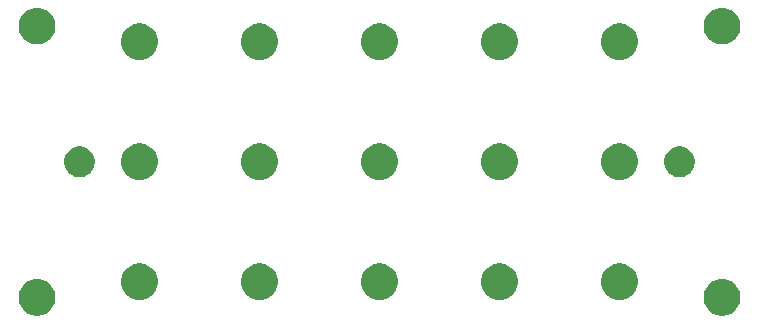
<source format=gbr>
G04 #@! TF.GenerationSoftware,KiCad,Pcbnew,5.1.5-52549c5~86~ubuntu18.04.1*
G04 #@! TF.CreationDate,2020-08-28T13:38:28-05:00*
G04 #@! TF.ProjectId,A03,4130332e-6b69-4636-9164-5f7063625858,rev?*
G04 #@! TF.SameCoordinates,Original*
G04 #@! TF.FileFunction,Soldermask,Bot*
G04 #@! TF.FilePolarity,Negative*
%FSLAX46Y46*%
G04 Gerber Fmt 4.6, Leading zero omitted, Abs format (unit mm)*
G04 Created by KiCad (PCBNEW 5.1.5-52549c5~86~ubuntu18.04.1) date 2020-08-28 13:38:28*
%MOMM*%
%LPD*%
G04 APERTURE LIST*
%ADD10C,0.100000*%
G04 APERTURE END LIST*
D10*
G36*
X83592585Y-43928802D02*
G01*
X83742410Y-43958604D01*
X84024674Y-44075521D01*
X84278705Y-44245259D01*
X84494741Y-44461295D01*
X84664479Y-44715326D01*
X84781396Y-44997590D01*
X84841000Y-45297240D01*
X84841000Y-45602760D01*
X84781396Y-45902410D01*
X84664479Y-46184674D01*
X84494741Y-46438705D01*
X84278705Y-46654741D01*
X84024674Y-46824479D01*
X83742410Y-46941396D01*
X83592585Y-46971198D01*
X83442761Y-47001000D01*
X83137239Y-47001000D01*
X82987415Y-46971198D01*
X82837590Y-46941396D01*
X82555326Y-46824479D01*
X82301295Y-46654741D01*
X82085259Y-46438705D01*
X81915521Y-46184674D01*
X81798604Y-45902410D01*
X81739000Y-45602760D01*
X81739000Y-45297240D01*
X81798604Y-44997590D01*
X81915521Y-44715326D01*
X82085259Y-44461295D01*
X82301295Y-44245259D01*
X82555326Y-44075521D01*
X82837590Y-43958604D01*
X82987415Y-43928802D01*
X83137239Y-43899000D01*
X83442761Y-43899000D01*
X83592585Y-43928802D01*
G37*
G36*
X25592585Y-43928802D02*
G01*
X25742410Y-43958604D01*
X26024674Y-44075521D01*
X26278705Y-44245259D01*
X26494741Y-44461295D01*
X26664479Y-44715326D01*
X26781396Y-44997590D01*
X26841000Y-45297240D01*
X26841000Y-45602760D01*
X26781396Y-45902410D01*
X26664479Y-46184674D01*
X26494741Y-46438705D01*
X26278705Y-46654741D01*
X26024674Y-46824479D01*
X25742410Y-46941396D01*
X25592585Y-46971198D01*
X25442761Y-47001000D01*
X25137239Y-47001000D01*
X24987415Y-46971198D01*
X24837590Y-46941396D01*
X24555326Y-46824479D01*
X24301295Y-46654741D01*
X24085259Y-46438705D01*
X23915521Y-46184674D01*
X23798604Y-45902410D01*
X23739000Y-45602760D01*
X23739000Y-45297240D01*
X23798604Y-44997590D01*
X23915521Y-44715326D01*
X24085259Y-44461295D01*
X24301295Y-44245259D01*
X24555326Y-44075521D01*
X24837590Y-43958604D01*
X24987415Y-43928802D01*
X25137239Y-43899000D01*
X25442761Y-43899000D01*
X25592585Y-43928802D01*
G37*
G36*
X44432585Y-42608802D02*
G01*
X44582410Y-42638604D01*
X44864674Y-42755521D01*
X45118705Y-42925259D01*
X45334741Y-43141295D01*
X45504479Y-43395326D01*
X45621396Y-43677590D01*
X45681000Y-43977240D01*
X45681000Y-44282760D01*
X45621396Y-44582410D01*
X45504479Y-44864674D01*
X45334741Y-45118705D01*
X45118705Y-45334741D01*
X44864674Y-45504479D01*
X44582410Y-45621396D01*
X44432585Y-45651198D01*
X44282761Y-45681000D01*
X43977239Y-45681000D01*
X43827415Y-45651198D01*
X43677590Y-45621396D01*
X43395326Y-45504479D01*
X43141295Y-45334741D01*
X42925259Y-45118705D01*
X42755521Y-44864674D01*
X42638604Y-44582410D01*
X42579000Y-44282760D01*
X42579000Y-43977240D01*
X42638604Y-43677590D01*
X42755521Y-43395326D01*
X42925259Y-43141295D01*
X43141295Y-42925259D01*
X43395326Y-42755521D01*
X43677590Y-42638604D01*
X43827415Y-42608802D01*
X43977239Y-42579000D01*
X44282761Y-42579000D01*
X44432585Y-42608802D01*
G37*
G36*
X34272585Y-42608802D02*
G01*
X34422410Y-42638604D01*
X34704674Y-42755521D01*
X34958705Y-42925259D01*
X35174741Y-43141295D01*
X35344479Y-43395326D01*
X35461396Y-43677590D01*
X35521000Y-43977240D01*
X35521000Y-44282760D01*
X35461396Y-44582410D01*
X35344479Y-44864674D01*
X35174741Y-45118705D01*
X34958705Y-45334741D01*
X34704674Y-45504479D01*
X34422410Y-45621396D01*
X34272585Y-45651198D01*
X34122761Y-45681000D01*
X33817239Y-45681000D01*
X33667415Y-45651198D01*
X33517590Y-45621396D01*
X33235326Y-45504479D01*
X32981295Y-45334741D01*
X32765259Y-45118705D01*
X32595521Y-44864674D01*
X32478604Y-44582410D01*
X32419000Y-44282760D01*
X32419000Y-43977240D01*
X32478604Y-43677590D01*
X32595521Y-43395326D01*
X32765259Y-43141295D01*
X32981295Y-42925259D01*
X33235326Y-42755521D01*
X33517590Y-42638604D01*
X33667415Y-42608802D01*
X33817239Y-42579000D01*
X34122761Y-42579000D01*
X34272585Y-42608802D01*
G37*
G36*
X74912585Y-42608802D02*
G01*
X75062410Y-42638604D01*
X75344674Y-42755521D01*
X75598705Y-42925259D01*
X75814741Y-43141295D01*
X75984479Y-43395326D01*
X76101396Y-43677590D01*
X76161000Y-43977240D01*
X76161000Y-44282760D01*
X76101396Y-44582410D01*
X75984479Y-44864674D01*
X75814741Y-45118705D01*
X75598705Y-45334741D01*
X75344674Y-45504479D01*
X75062410Y-45621396D01*
X74912585Y-45651198D01*
X74762761Y-45681000D01*
X74457239Y-45681000D01*
X74307415Y-45651198D01*
X74157590Y-45621396D01*
X73875326Y-45504479D01*
X73621295Y-45334741D01*
X73405259Y-45118705D01*
X73235521Y-44864674D01*
X73118604Y-44582410D01*
X73059000Y-44282760D01*
X73059000Y-43977240D01*
X73118604Y-43677590D01*
X73235521Y-43395326D01*
X73405259Y-43141295D01*
X73621295Y-42925259D01*
X73875326Y-42755521D01*
X74157590Y-42638604D01*
X74307415Y-42608802D01*
X74457239Y-42579000D01*
X74762761Y-42579000D01*
X74912585Y-42608802D01*
G37*
G36*
X64752585Y-42608802D02*
G01*
X64902410Y-42638604D01*
X65184674Y-42755521D01*
X65438705Y-42925259D01*
X65654741Y-43141295D01*
X65824479Y-43395326D01*
X65941396Y-43677590D01*
X66001000Y-43977240D01*
X66001000Y-44282760D01*
X65941396Y-44582410D01*
X65824479Y-44864674D01*
X65654741Y-45118705D01*
X65438705Y-45334741D01*
X65184674Y-45504479D01*
X64902410Y-45621396D01*
X64752585Y-45651198D01*
X64602761Y-45681000D01*
X64297239Y-45681000D01*
X64147415Y-45651198D01*
X63997590Y-45621396D01*
X63715326Y-45504479D01*
X63461295Y-45334741D01*
X63245259Y-45118705D01*
X63075521Y-44864674D01*
X62958604Y-44582410D01*
X62899000Y-44282760D01*
X62899000Y-43977240D01*
X62958604Y-43677590D01*
X63075521Y-43395326D01*
X63245259Y-43141295D01*
X63461295Y-42925259D01*
X63715326Y-42755521D01*
X63997590Y-42638604D01*
X64147415Y-42608802D01*
X64297239Y-42579000D01*
X64602761Y-42579000D01*
X64752585Y-42608802D01*
G37*
G36*
X54592585Y-42608802D02*
G01*
X54742410Y-42638604D01*
X55024674Y-42755521D01*
X55278705Y-42925259D01*
X55494741Y-43141295D01*
X55664479Y-43395326D01*
X55781396Y-43677590D01*
X55841000Y-43977240D01*
X55841000Y-44282760D01*
X55781396Y-44582410D01*
X55664479Y-44864674D01*
X55494741Y-45118705D01*
X55278705Y-45334741D01*
X55024674Y-45504479D01*
X54742410Y-45621396D01*
X54592585Y-45651198D01*
X54442761Y-45681000D01*
X54137239Y-45681000D01*
X53987415Y-45651198D01*
X53837590Y-45621396D01*
X53555326Y-45504479D01*
X53301295Y-45334741D01*
X53085259Y-45118705D01*
X52915521Y-44864674D01*
X52798604Y-44582410D01*
X52739000Y-44282760D01*
X52739000Y-43977240D01*
X52798604Y-43677590D01*
X52915521Y-43395326D01*
X53085259Y-43141295D01*
X53301295Y-42925259D01*
X53555326Y-42755521D01*
X53837590Y-42638604D01*
X53987415Y-42608802D01*
X54137239Y-42579000D01*
X54442761Y-42579000D01*
X54592585Y-42608802D01*
G37*
G36*
X44432585Y-32448802D02*
G01*
X44582410Y-32478604D01*
X44864674Y-32595521D01*
X45118705Y-32765259D01*
X45334741Y-32981295D01*
X45504479Y-33235326D01*
X45621396Y-33517590D01*
X45681000Y-33817240D01*
X45681000Y-34122760D01*
X45621396Y-34422410D01*
X45504479Y-34704674D01*
X45334741Y-34958705D01*
X45118705Y-35174741D01*
X44864674Y-35344479D01*
X44582410Y-35461396D01*
X44432585Y-35491198D01*
X44282761Y-35521000D01*
X43977239Y-35521000D01*
X43827415Y-35491198D01*
X43677590Y-35461396D01*
X43395326Y-35344479D01*
X43141295Y-35174741D01*
X42925259Y-34958705D01*
X42755521Y-34704674D01*
X42638604Y-34422410D01*
X42579000Y-34122760D01*
X42579000Y-33817240D01*
X42638604Y-33517590D01*
X42755521Y-33235326D01*
X42925259Y-32981295D01*
X43141295Y-32765259D01*
X43395326Y-32595521D01*
X43677590Y-32478604D01*
X43827415Y-32448802D01*
X43977239Y-32419000D01*
X44282761Y-32419000D01*
X44432585Y-32448802D01*
G37*
G36*
X34272585Y-32448802D02*
G01*
X34422410Y-32478604D01*
X34704674Y-32595521D01*
X34958705Y-32765259D01*
X35174741Y-32981295D01*
X35344479Y-33235326D01*
X35461396Y-33517590D01*
X35521000Y-33817240D01*
X35521000Y-34122760D01*
X35461396Y-34422410D01*
X35344479Y-34704674D01*
X35174741Y-34958705D01*
X34958705Y-35174741D01*
X34704674Y-35344479D01*
X34422410Y-35461396D01*
X34272585Y-35491198D01*
X34122761Y-35521000D01*
X33817239Y-35521000D01*
X33667415Y-35491198D01*
X33517590Y-35461396D01*
X33235326Y-35344479D01*
X32981295Y-35174741D01*
X32765259Y-34958705D01*
X32595521Y-34704674D01*
X32478604Y-34422410D01*
X32419000Y-34122760D01*
X32419000Y-33817240D01*
X32478604Y-33517590D01*
X32595521Y-33235326D01*
X32765259Y-32981295D01*
X32981295Y-32765259D01*
X33235326Y-32595521D01*
X33517590Y-32478604D01*
X33667415Y-32448802D01*
X33817239Y-32419000D01*
X34122761Y-32419000D01*
X34272585Y-32448802D01*
G37*
G36*
X64752585Y-32448802D02*
G01*
X64902410Y-32478604D01*
X65184674Y-32595521D01*
X65438705Y-32765259D01*
X65654741Y-32981295D01*
X65824479Y-33235326D01*
X65941396Y-33517590D01*
X66001000Y-33817240D01*
X66001000Y-34122760D01*
X65941396Y-34422410D01*
X65824479Y-34704674D01*
X65654741Y-34958705D01*
X65438705Y-35174741D01*
X65184674Y-35344479D01*
X64902410Y-35461396D01*
X64752585Y-35491198D01*
X64602761Y-35521000D01*
X64297239Y-35521000D01*
X64147415Y-35491198D01*
X63997590Y-35461396D01*
X63715326Y-35344479D01*
X63461295Y-35174741D01*
X63245259Y-34958705D01*
X63075521Y-34704674D01*
X62958604Y-34422410D01*
X62899000Y-34122760D01*
X62899000Y-33817240D01*
X62958604Y-33517590D01*
X63075521Y-33235326D01*
X63245259Y-32981295D01*
X63461295Y-32765259D01*
X63715326Y-32595521D01*
X63997590Y-32478604D01*
X64147415Y-32448802D01*
X64297239Y-32419000D01*
X64602761Y-32419000D01*
X64752585Y-32448802D01*
G37*
G36*
X74912585Y-32448802D02*
G01*
X75062410Y-32478604D01*
X75344674Y-32595521D01*
X75598705Y-32765259D01*
X75814741Y-32981295D01*
X75984479Y-33235326D01*
X76101396Y-33517590D01*
X76161000Y-33817240D01*
X76161000Y-34122760D01*
X76101396Y-34422410D01*
X75984479Y-34704674D01*
X75814741Y-34958705D01*
X75598705Y-35174741D01*
X75344674Y-35344479D01*
X75062410Y-35461396D01*
X74912585Y-35491198D01*
X74762761Y-35521000D01*
X74457239Y-35521000D01*
X74307415Y-35491198D01*
X74157590Y-35461396D01*
X73875326Y-35344479D01*
X73621295Y-35174741D01*
X73405259Y-34958705D01*
X73235521Y-34704674D01*
X73118604Y-34422410D01*
X73059000Y-34122760D01*
X73059000Y-33817240D01*
X73118604Y-33517590D01*
X73235521Y-33235326D01*
X73405259Y-32981295D01*
X73621295Y-32765259D01*
X73875326Y-32595521D01*
X74157590Y-32478604D01*
X74307415Y-32448802D01*
X74457239Y-32419000D01*
X74762761Y-32419000D01*
X74912585Y-32448802D01*
G37*
G36*
X54592585Y-32448802D02*
G01*
X54742410Y-32478604D01*
X55024674Y-32595521D01*
X55278705Y-32765259D01*
X55494741Y-32981295D01*
X55664479Y-33235326D01*
X55781396Y-33517590D01*
X55841000Y-33817240D01*
X55841000Y-34122760D01*
X55781396Y-34422410D01*
X55664479Y-34704674D01*
X55494741Y-34958705D01*
X55278705Y-35174741D01*
X55024674Y-35344479D01*
X54742410Y-35461396D01*
X54592585Y-35491198D01*
X54442761Y-35521000D01*
X54137239Y-35521000D01*
X53987415Y-35491198D01*
X53837590Y-35461396D01*
X53555326Y-35344479D01*
X53301295Y-35174741D01*
X53085259Y-34958705D01*
X52915521Y-34704674D01*
X52798604Y-34422410D01*
X52739000Y-34122760D01*
X52739000Y-33817240D01*
X52798604Y-33517590D01*
X52915521Y-33235326D01*
X53085259Y-32981295D01*
X53301295Y-32765259D01*
X53555326Y-32595521D01*
X53837590Y-32478604D01*
X53987415Y-32448802D01*
X54137239Y-32419000D01*
X54442761Y-32419000D01*
X54592585Y-32448802D01*
G37*
G36*
X80069393Y-32719304D02*
G01*
X80306101Y-32817352D01*
X80306103Y-32817353D01*
X80519135Y-32959696D01*
X80700304Y-33140865D01*
X80842647Y-33353897D01*
X80842648Y-33353899D01*
X80940696Y-33590607D01*
X80990680Y-33841893D01*
X80990680Y-34098107D01*
X80940696Y-34349393D01*
X80910451Y-34422410D01*
X80842647Y-34586103D01*
X80700304Y-34799135D01*
X80519135Y-34980304D01*
X80306103Y-35122647D01*
X80306102Y-35122648D01*
X80306101Y-35122648D01*
X80069393Y-35220696D01*
X79818107Y-35270680D01*
X79561893Y-35270680D01*
X79310607Y-35220696D01*
X79073899Y-35122648D01*
X79073898Y-35122648D01*
X79073897Y-35122647D01*
X78860865Y-34980304D01*
X78679696Y-34799135D01*
X78537353Y-34586103D01*
X78469549Y-34422410D01*
X78439304Y-34349393D01*
X78389320Y-34098107D01*
X78389320Y-33841893D01*
X78439304Y-33590607D01*
X78537352Y-33353899D01*
X78537353Y-33353897D01*
X78679696Y-33140865D01*
X78860865Y-32959696D01*
X79073897Y-32817353D01*
X79073899Y-32817352D01*
X79310607Y-32719304D01*
X79561893Y-32669320D01*
X79818107Y-32669320D01*
X80069393Y-32719304D01*
G37*
G36*
X29269393Y-32719304D02*
G01*
X29506101Y-32817352D01*
X29506103Y-32817353D01*
X29719135Y-32959696D01*
X29900304Y-33140865D01*
X30042647Y-33353897D01*
X30042648Y-33353899D01*
X30140696Y-33590607D01*
X30190680Y-33841893D01*
X30190680Y-34098107D01*
X30140696Y-34349393D01*
X30110451Y-34422410D01*
X30042647Y-34586103D01*
X29900304Y-34799135D01*
X29719135Y-34980304D01*
X29506103Y-35122647D01*
X29506102Y-35122648D01*
X29506101Y-35122648D01*
X29269393Y-35220696D01*
X29018107Y-35270680D01*
X28761893Y-35270680D01*
X28510607Y-35220696D01*
X28273899Y-35122648D01*
X28273898Y-35122648D01*
X28273897Y-35122647D01*
X28060865Y-34980304D01*
X27879696Y-34799135D01*
X27737353Y-34586103D01*
X27669549Y-34422410D01*
X27639304Y-34349393D01*
X27589320Y-34098107D01*
X27589320Y-33841893D01*
X27639304Y-33590607D01*
X27737352Y-33353899D01*
X27737353Y-33353897D01*
X27879696Y-33140865D01*
X28060865Y-32959696D01*
X28273897Y-32817353D01*
X28273899Y-32817352D01*
X28510607Y-32719304D01*
X28761893Y-32669320D01*
X29018107Y-32669320D01*
X29269393Y-32719304D01*
G37*
G36*
X54592585Y-22288802D02*
G01*
X54742410Y-22318604D01*
X55024674Y-22435521D01*
X55278705Y-22605259D01*
X55494741Y-22821295D01*
X55664479Y-23075326D01*
X55781396Y-23357590D01*
X55841000Y-23657240D01*
X55841000Y-23962760D01*
X55781396Y-24262410D01*
X55664479Y-24544674D01*
X55494741Y-24798705D01*
X55278705Y-25014741D01*
X55024674Y-25184479D01*
X54742410Y-25301396D01*
X54592585Y-25331198D01*
X54442761Y-25361000D01*
X54137239Y-25361000D01*
X53987415Y-25331198D01*
X53837590Y-25301396D01*
X53555326Y-25184479D01*
X53301295Y-25014741D01*
X53085259Y-24798705D01*
X52915521Y-24544674D01*
X52798604Y-24262410D01*
X52739000Y-23962760D01*
X52739000Y-23657240D01*
X52798604Y-23357590D01*
X52915521Y-23075326D01*
X53085259Y-22821295D01*
X53301295Y-22605259D01*
X53555326Y-22435521D01*
X53837590Y-22318604D01*
X53987415Y-22288802D01*
X54137239Y-22259000D01*
X54442761Y-22259000D01*
X54592585Y-22288802D01*
G37*
G36*
X34272585Y-22288802D02*
G01*
X34422410Y-22318604D01*
X34704674Y-22435521D01*
X34958705Y-22605259D01*
X35174741Y-22821295D01*
X35344479Y-23075326D01*
X35461396Y-23357590D01*
X35521000Y-23657240D01*
X35521000Y-23962760D01*
X35461396Y-24262410D01*
X35344479Y-24544674D01*
X35174741Y-24798705D01*
X34958705Y-25014741D01*
X34704674Y-25184479D01*
X34422410Y-25301396D01*
X34272585Y-25331198D01*
X34122761Y-25361000D01*
X33817239Y-25361000D01*
X33667415Y-25331198D01*
X33517590Y-25301396D01*
X33235326Y-25184479D01*
X32981295Y-25014741D01*
X32765259Y-24798705D01*
X32595521Y-24544674D01*
X32478604Y-24262410D01*
X32419000Y-23962760D01*
X32419000Y-23657240D01*
X32478604Y-23357590D01*
X32595521Y-23075326D01*
X32765259Y-22821295D01*
X32981295Y-22605259D01*
X33235326Y-22435521D01*
X33517590Y-22318604D01*
X33667415Y-22288802D01*
X33817239Y-22259000D01*
X34122761Y-22259000D01*
X34272585Y-22288802D01*
G37*
G36*
X44432585Y-22288802D02*
G01*
X44582410Y-22318604D01*
X44864674Y-22435521D01*
X45118705Y-22605259D01*
X45334741Y-22821295D01*
X45504479Y-23075326D01*
X45621396Y-23357590D01*
X45681000Y-23657240D01*
X45681000Y-23962760D01*
X45621396Y-24262410D01*
X45504479Y-24544674D01*
X45334741Y-24798705D01*
X45118705Y-25014741D01*
X44864674Y-25184479D01*
X44582410Y-25301396D01*
X44432585Y-25331198D01*
X44282761Y-25361000D01*
X43977239Y-25361000D01*
X43827415Y-25331198D01*
X43677590Y-25301396D01*
X43395326Y-25184479D01*
X43141295Y-25014741D01*
X42925259Y-24798705D01*
X42755521Y-24544674D01*
X42638604Y-24262410D01*
X42579000Y-23962760D01*
X42579000Y-23657240D01*
X42638604Y-23357590D01*
X42755521Y-23075326D01*
X42925259Y-22821295D01*
X43141295Y-22605259D01*
X43395326Y-22435521D01*
X43677590Y-22318604D01*
X43827415Y-22288802D01*
X43977239Y-22259000D01*
X44282761Y-22259000D01*
X44432585Y-22288802D01*
G37*
G36*
X64752585Y-22288802D02*
G01*
X64902410Y-22318604D01*
X65184674Y-22435521D01*
X65438705Y-22605259D01*
X65654741Y-22821295D01*
X65824479Y-23075326D01*
X65941396Y-23357590D01*
X66001000Y-23657240D01*
X66001000Y-23962760D01*
X65941396Y-24262410D01*
X65824479Y-24544674D01*
X65654741Y-24798705D01*
X65438705Y-25014741D01*
X65184674Y-25184479D01*
X64902410Y-25301396D01*
X64752585Y-25331198D01*
X64602761Y-25361000D01*
X64297239Y-25361000D01*
X64147415Y-25331198D01*
X63997590Y-25301396D01*
X63715326Y-25184479D01*
X63461295Y-25014741D01*
X63245259Y-24798705D01*
X63075521Y-24544674D01*
X62958604Y-24262410D01*
X62899000Y-23962760D01*
X62899000Y-23657240D01*
X62958604Y-23357590D01*
X63075521Y-23075326D01*
X63245259Y-22821295D01*
X63461295Y-22605259D01*
X63715326Y-22435521D01*
X63997590Y-22318604D01*
X64147415Y-22288802D01*
X64297239Y-22259000D01*
X64602761Y-22259000D01*
X64752585Y-22288802D01*
G37*
G36*
X74912585Y-22288802D02*
G01*
X75062410Y-22318604D01*
X75344674Y-22435521D01*
X75598705Y-22605259D01*
X75814741Y-22821295D01*
X75984479Y-23075326D01*
X76101396Y-23357590D01*
X76161000Y-23657240D01*
X76161000Y-23962760D01*
X76101396Y-24262410D01*
X75984479Y-24544674D01*
X75814741Y-24798705D01*
X75598705Y-25014741D01*
X75344674Y-25184479D01*
X75062410Y-25301396D01*
X74912585Y-25331198D01*
X74762761Y-25361000D01*
X74457239Y-25361000D01*
X74307415Y-25331198D01*
X74157590Y-25301396D01*
X73875326Y-25184479D01*
X73621295Y-25014741D01*
X73405259Y-24798705D01*
X73235521Y-24544674D01*
X73118604Y-24262410D01*
X73059000Y-23962760D01*
X73059000Y-23657240D01*
X73118604Y-23357590D01*
X73235521Y-23075326D01*
X73405259Y-22821295D01*
X73621295Y-22605259D01*
X73875326Y-22435521D01*
X74157590Y-22318604D01*
X74307415Y-22288802D01*
X74457239Y-22259000D01*
X74762761Y-22259000D01*
X74912585Y-22288802D01*
G37*
G36*
X83592585Y-20968802D02*
G01*
X83742410Y-20998604D01*
X84024674Y-21115521D01*
X84278705Y-21285259D01*
X84494741Y-21501295D01*
X84664479Y-21755326D01*
X84781396Y-22037590D01*
X84841000Y-22337240D01*
X84841000Y-22642760D01*
X84781396Y-22942410D01*
X84664479Y-23224674D01*
X84494741Y-23478705D01*
X84278705Y-23694741D01*
X84024674Y-23864479D01*
X83742410Y-23981396D01*
X83592585Y-24011198D01*
X83442761Y-24041000D01*
X83137239Y-24041000D01*
X82987415Y-24011198D01*
X82837590Y-23981396D01*
X82555326Y-23864479D01*
X82301295Y-23694741D01*
X82085259Y-23478705D01*
X81915521Y-23224674D01*
X81798604Y-22942410D01*
X81739000Y-22642760D01*
X81739000Y-22337240D01*
X81798604Y-22037590D01*
X81915521Y-21755326D01*
X82085259Y-21501295D01*
X82301295Y-21285259D01*
X82555326Y-21115521D01*
X82837590Y-20998604D01*
X82987415Y-20968802D01*
X83137239Y-20939000D01*
X83442761Y-20939000D01*
X83592585Y-20968802D01*
G37*
G36*
X25592585Y-20968802D02*
G01*
X25742410Y-20998604D01*
X26024674Y-21115521D01*
X26278705Y-21285259D01*
X26494741Y-21501295D01*
X26664479Y-21755326D01*
X26781396Y-22037590D01*
X26841000Y-22337240D01*
X26841000Y-22642760D01*
X26781396Y-22942410D01*
X26664479Y-23224674D01*
X26494741Y-23478705D01*
X26278705Y-23694741D01*
X26024674Y-23864479D01*
X25742410Y-23981396D01*
X25592585Y-24011198D01*
X25442761Y-24041000D01*
X25137239Y-24041000D01*
X24987415Y-24011198D01*
X24837590Y-23981396D01*
X24555326Y-23864479D01*
X24301295Y-23694741D01*
X24085259Y-23478705D01*
X23915521Y-23224674D01*
X23798604Y-22942410D01*
X23739000Y-22642760D01*
X23739000Y-22337240D01*
X23798604Y-22037590D01*
X23915521Y-21755326D01*
X24085259Y-21501295D01*
X24301295Y-21285259D01*
X24555326Y-21115521D01*
X24837590Y-20998604D01*
X24987415Y-20968802D01*
X25137239Y-20939000D01*
X25442761Y-20939000D01*
X25592585Y-20968802D01*
G37*
M02*

</source>
